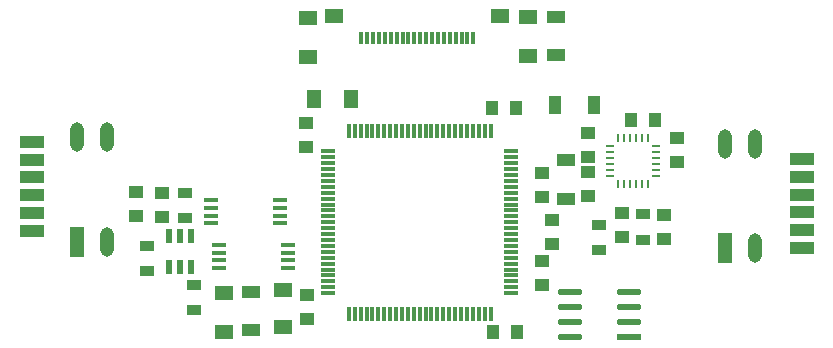
<source format=gtp>
G04*
G04 #@! TF.GenerationSoftware,Altium Limited,Altium Designer,21.3.2 (30)*
G04*
G04 Layer_Color=8421504*
%FSLAX43Y43*%
%MOMM*%
G71*
G04*
G04 #@! TF.SameCoordinates,66AE08A6-6C82-4575-8D08-AF68D2AC6B58*
G04*
G04*
G04 #@! TF.FilePolarity,Positive*
G04*
G01*
G75*
%ADD20R,0.300X1.000*%
%ADD21R,0.300X1.200*%
%ADD22R,0.550X1.200*%
%ADD23R,1.200X0.300*%
%ADD24R,1.067X1.524*%
%ADD25R,1.575X1.270*%
%ADD26R,1.524X1.067*%
%ADD27R,2.100X0.500*%
%ADD28O,2.100X0.500*%
%ADD29R,1.270X1.016*%
%ADD30R,2.000X1.000*%
%ADD31R,1.270X0.889*%
%ADD32R,1.200X0.350*%
%ADD33R,1.016X1.270*%
%ADD34R,0.790X0.260*%
%ADD35R,0.260X0.790*%
%ADD36R,1.650X1.300*%
%ADD37R,1.626X1.194*%
%ADD38O,1.200X2.500*%
%ADD39R,1.200X2.500*%
%ADD40R,1.194X1.626*%
D20*
X56750Y75750D02*
D03*
X56250D02*
D03*
X53750D02*
D03*
X54250D02*
D03*
X54750D02*
D03*
X57250D02*
D03*
X57750D02*
D03*
X59250D02*
D03*
X59750D02*
D03*
X63250D02*
D03*
X62750D02*
D03*
X62250D02*
D03*
X61750D02*
D03*
X61250D02*
D03*
X60750D02*
D03*
X60250D02*
D03*
X58750D02*
D03*
X58250D02*
D03*
X55750D02*
D03*
X55250D02*
D03*
D21*
X56700Y67900D02*
D03*
X56200D02*
D03*
X64700Y52400D02*
D03*
X64200D02*
D03*
X63700D02*
D03*
X63200D02*
D03*
X62700D02*
D03*
X62200D02*
D03*
X61700D02*
D03*
X61200D02*
D03*
X60700D02*
D03*
X60200D02*
D03*
X59700D02*
D03*
X59200D02*
D03*
X58700D02*
D03*
X58200D02*
D03*
X57700D02*
D03*
X57200D02*
D03*
X56700D02*
D03*
X56200D02*
D03*
X55700D02*
D03*
X55200D02*
D03*
X54700D02*
D03*
X54200D02*
D03*
X53700D02*
D03*
X53200D02*
D03*
X52700Y67900D02*
D03*
X53200D02*
D03*
X53700D02*
D03*
X54200D02*
D03*
X54700D02*
D03*
X55200D02*
D03*
X55700D02*
D03*
X57200D02*
D03*
X57700D02*
D03*
X58200D02*
D03*
X58700D02*
D03*
X59200D02*
D03*
X59700D02*
D03*
X60200D02*
D03*
X60700D02*
D03*
X61200D02*
D03*
X61700D02*
D03*
X62200D02*
D03*
X62700D02*
D03*
X63200D02*
D03*
X63700D02*
D03*
X64200D02*
D03*
X64700D02*
D03*
X52700Y52400D02*
D03*
D22*
X38400Y58950D02*
D03*
X37450D02*
D03*
X39350D02*
D03*
Y56350D02*
D03*
X38400D02*
D03*
X37450D02*
D03*
D23*
X66450Y62650D02*
D03*
X50950Y54150D02*
D03*
Y54650D02*
D03*
Y55150D02*
D03*
Y55650D02*
D03*
Y56150D02*
D03*
Y56650D02*
D03*
Y57150D02*
D03*
Y57650D02*
D03*
Y58150D02*
D03*
Y58650D02*
D03*
Y59150D02*
D03*
Y59650D02*
D03*
Y60150D02*
D03*
Y60650D02*
D03*
Y61150D02*
D03*
Y61650D02*
D03*
Y62150D02*
D03*
Y62650D02*
D03*
Y63150D02*
D03*
Y63650D02*
D03*
Y64150D02*
D03*
Y64650D02*
D03*
Y65150D02*
D03*
Y65650D02*
D03*
Y66150D02*
D03*
X66450D02*
D03*
Y65650D02*
D03*
Y65150D02*
D03*
Y64650D02*
D03*
Y64150D02*
D03*
Y63650D02*
D03*
Y63150D02*
D03*
Y62150D02*
D03*
Y61650D02*
D03*
Y61150D02*
D03*
Y60650D02*
D03*
Y60150D02*
D03*
Y59650D02*
D03*
Y59150D02*
D03*
Y58650D02*
D03*
Y58150D02*
D03*
Y57650D02*
D03*
Y57150D02*
D03*
Y56650D02*
D03*
Y56150D02*
D03*
Y55650D02*
D03*
Y55150D02*
D03*
Y54650D02*
D03*
Y54150D02*
D03*
D24*
X73450Y70050D02*
D03*
X70198D02*
D03*
D25*
X67850Y77500D02*
D03*
Y74198D02*
D03*
X49250Y74148D02*
D03*
Y77450D02*
D03*
X42150Y54200D02*
D03*
Y50898D02*
D03*
D26*
X70250Y74298D02*
D03*
Y77550D02*
D03*
X71100Y62148D02*
D03*
Y65400D02*
D03*
X44450Y51000D02*
D03*
Y54252D02*
D03*
D27*
X76400Y50460D02*
D03*
D28*
Y51730D02*
D03*
Y53000D02*
D03*
Y54270D02*
D03*
X71400Y50460D02*
D03*
Y51730D02*
D03*
Y53000D02*
D03*
Y54270D02*
D03*
D29*
X69050Y54868D02*
D03*
Y56900D02*
D03*
X36900Y62650D02*
D03*
Y60618D02*
D03*
X34700Y60700D02*
D03*
Y62732D02*
D03*
X80450Y65218D02*
D03*
Y67250D02*
D03*
X72950Y65718D02*
D03*
Y67750D02*
D03*
X69050Y62318D02*
D03*
Y64350D02*
D03*
X79350Y58718D02*
D03*
Y60750D02*
D03*
X75850Y58868D02*
D03*
Y60900D02*
D03*
X72950Y64382D02*
D03*
Y62350D02*
D03*
X69900Y58350D02*
D03*
Y60382D02*
D03*
X49100Y68550D02*
D03*
Y66518D02*
D03*
X49150Y51950D02*
D03*
Y53982D02*
D03*
D30*
X25850Y59450D02*
D03*
Y60950D02*
D03*
Y62450D02*
D03*
Y63950D02*
D03*
Y65450D02*
D03*
Y66950D02*
D03*
X91050Y65500D02*
D03*
Y64000D02*
D03*
Y62500D02*
D03*
Y61000D02*
D03*
Y59500D02*
D03*
Y58000D02*
D03*
D31*
X35650Y58164D02*
D03*
Y56005D02*
D03*
X38800Y62664D02*
D03*
Y60505D02*
D03*
X39600Y52704D02*
D03*
Y54863D02*
D03*
X77600Y58654D02*
D03*
Y60813D02*
D03*
X73850Y57786D02*
D03*
Y59945D02*
D03*
D32*
X47575Y56275D02*
D03*
Y56925D02*
D03*
Y57575D02*
D03*
Y58225D02*
D03*
X41725D02*
D03*
Y57575D02*
D03*
Y56925D02*
D03*
Y56275D02*
D03*
X46875Y60075D02*
D03*
Y60725D02*
D03*
Y61375D02*
D03*
Y62025D02*
D03*
X41025D02*
D03*
Y61375D02*
D03*
Y60725D02*
D03*
Y60075D02*
D03*
D33*
X78600Y68850D02*
D03*
X76568D02*
D03*
X66900Y50850D02*
D03*
X64868D02*
D03*
X66850Y69850D02*
D03*
X64818D02*
D03*
D34*
X74780Y64080D02*
D03*
Y64580D02*
D03*
Y65080D02*
D03*
Y65580D02*
D03*
Y66080D02*
D03*
Y66580D02*
D03*
X78720D02*
D03*
Y66080D02*
D03*
Y65580D02*
D03*
Y65080D02*
D03*
Y64580D02*
D03*
Y64080D02*
D03*
D35*
X75500Y67300D02*
D03*
X76000D02*
D03*
X76500D02*
D03*
X77000D02*
D03*
X77500D02*
D03*
X78000D02*
D03*
Y63360D02*
D03*
X77500D02*
D03*
X77000D02*
D03*
X76500D02*
D03*
X76000D02*
D03*
X75500D02*
D03*
D36*
X65525Y77650D02*
D03*
X51475D02*
D03*
D37*
X47150Y51314D02*
D03*
Y54438D02*
D03*
D38*
X29660Y67350D02*
D03*
X32200D02*
D03*
Y58500D02*
D03*
X84550Y66800D02*
D03*
X87090D02*
D03*
Y57950D02*
D03*
D39*
X29660Y58500D02*
D03*
X84550Y57950D02*
D03*
D40*
X49764Y70550D02*
D03*
X52888D02*
D03*
M02*

</source>
